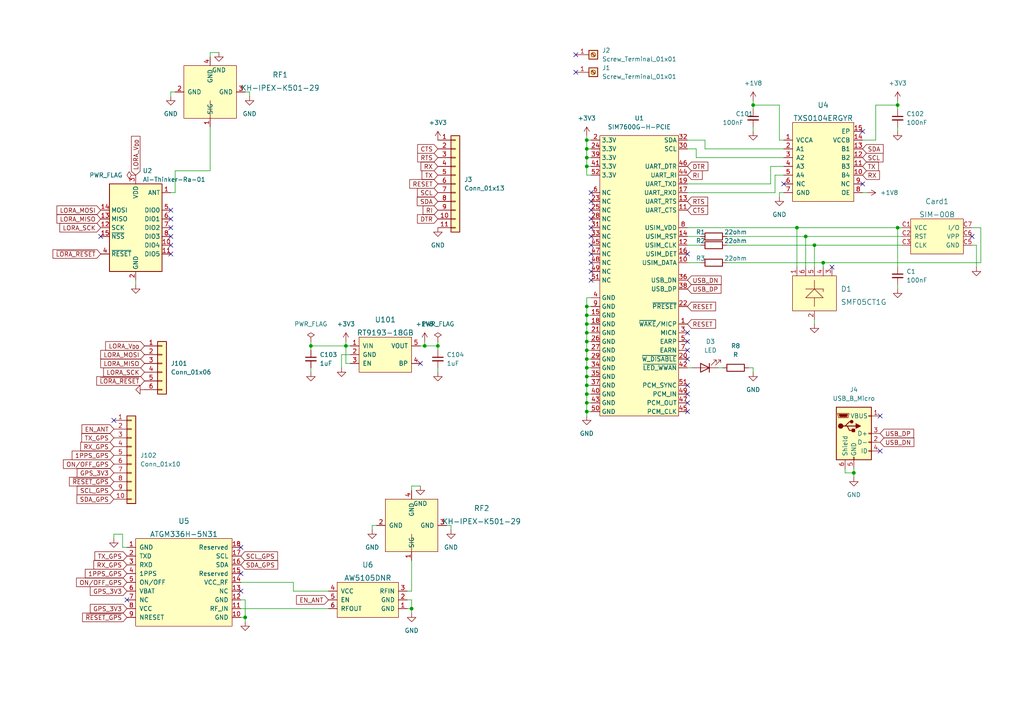
<source format=kicad_sch>
(kicad_sch (version 20211123) (generator eeschema)
  (paper "A4")
  (lib_symbols
    (symbol "Connector:Screw_Terminal_01x01" (pin_names (offset 1.016) hide)
      (property "Reference" "J" (at 0 2.54 0))
      (property "Value" "Screw_Terminal_01x01" (at 0 -2.54 0))
      (symbol "Screw_Terminal_01x01_1_1"
        (pin passive line (at -5.08 0 0) (length 3.81) (name "Pin_1") (number "1"))
      )
    )
    (symbol "Connector:USB_B_Micro" (pin_names (offset 1.016))
      (property "Reference" "J" (at -5.08 11.43 0))
      (property "Value" "USB_B_Micro" (at -5.08 8.89 0))
      (symbol "USB_B_Micro_1_1"
        (pin power_out line (at 7.62 5.08 180) (length 2.54) (name "VBUS") (number "1"))
        (pin bidirectional line (at 7.62 -2.54 180) (length 2.54) (name "D-") (number "2"))
        (pin bidirectional line (at 7.62 0 180) (length 2.54) (name "D+") (number "3"))
        (pin passive line (at 7.62 -5.08 180) (length 2.54) (name "ID") (number "4"))
        (pin power_out line (at 0 -10.16 90) (length 2.54) (name "GND") (number "5"))
        (pin passive line (at -2.54 -10.16 90) (length 2.54) (name "Shield") (number "6"))
      )
    )
    (symbol "Connector_Generic:Conn_01x06" (pin_names (offset 1.016) hide)
      (property "Reference" "J" (at 0 7.62 0))
      (property "Value" "Conn_01x06" (at 0 -10.16 0))
      (symbol "Conn_01x06_1_1"
        (pin passive line (at -5.08 5.08 0) (length 3.81) (name "Pin_1") (number "1"))
        (pin passive line (at -5.08 2.54 0) (length 3.81) (name "Pin_2") (number "2"))
        (pin passive line (at -5.08 0 0) (length 3.81) (name "Pin_3") (number "3"))
        (pin passive line (at -5.08 -2.54 0) (length 3.81) (name "Pin_4") (number "4"))
        (pin passive line (at -5.08 -5.08 0) (length 3.81) (name "Pin_5") (number "5"))
        (pin passive line (at -5.08 -7.62 0) (length 3.81) (name "Pin_6") (number "6"))
      )
    )
    (symbol "Connector_Generic:Conn_01x10" (pin_names (offset 1.016) hide)
      (property "Reference" "J" (at 0 12.7 0))
      (property "Value" "Conn_01x10" (at 0 -15.24 0))
      (symbol "Conn_01x10_1_1"
        (pin passive line (at -5.08 10.16 0) (length 3.81) (name "Pin_1") (number "1"))
        (pin passive line (at -5.08 -12.7 0) (length 3.81) (name "Pin_10") (number "10"))
        (pin passive line (at -5.08 7.62 0) (length 3.81) (name "Pin_2") (number "2"))
        (pin passive line (at -5.08 5.08 0) (length 3.81) (name "Pin_3") (number "3"))
        (pin passive line (at -5.08 2.54 0) (length 3.81) (name "Pin_4") (number "4"))
        (pin passive line (at -5.08 0 0) (length 3.81) (name "Pin_5") (number "5"))
        (pin passive line (at -5.08 -2.54 0) (length 3.81) (name "Pin_6") (number "6"))
        (pin passive line (at -5.08 -5.08 0) (length 3.81) (name "Pin_7") (number "7"))
        (pin passive line (at -5.08 -7.62 0) (length 3.81) (name "Pin_8") (number "8"))
        (pin passive line (at -5.08 -10.16 0) (length 3.81) (name "Pin_9") (number "9"))
      )
    )
    (symbol "Connector_Generic:Conn_01x11" (pin_names (offset 1.016) hide)
      (property "Reference" "J" (at 0 15.24 0))
      (property "Value" "Conn_01x11" (at 0 -15.24 0))
      (symbol "Conn_01x11_1_1"
        (pin passive line (at -5.08 12.7 0) (length 3.81) (name "Pin_1") (number "1"))
        (pin passive line (at -5.08 -10.16 0) (length 3.81) (name "Pin_10") (number "10"))
        (pin passive line (at -5.08 -12.7 0) (length 3.81) (name "Pin_11") (number "11"))
        (pin passive line (at -5.08 10.16 0) (length 3.81) (name "Pin_2") (number "2"))
        (pin passive line (at -5.08 7.62 0) (length 3.81) (name "Pin_3") (number "3"))
        (pin passive line (at -5.08 5.08 0) (length 3.81) (name "Pin_4") (number "4"))
        (pin passive line (at -5.08 2.54 0) (length 3.81) (name "Pin_5") (number "5"))
        (pin passive line (at -5.08 0 0) (length 3.81) (name "Pin_6") (number "6"))
        (pin passive line (at -5.08 -2.54 0) (length 3.81) (name "Pin_7") (number "7"))
        (pin passive line (at -5.08 -5.08 0) (length 3.81) (name "Pin_8") (number "8"))
        (pin passive line (at -5.08 -7.62 0) (length 3.81) (name "Pin_9") (number "9"))
      )
    )
    (symbol "Device:C_Small" (pin_numbers hide) (pin_names (offset 0.254) hide)
      (property "Reference" "C" (at 0.254 1.778 0))
      (property "Value" "C_Small" (at 0.254 -2.032 0))
      (symbol "C_Small_1_1"
        (pin passive line (at 0 2.54 270) (length 2.032) (name "~") (number "1"))
        (pin passive line (at 0 -2.54 90) (length 2.032) (name "~") (number "2"))
      )
    )
    (symbol "Device:LED" (pin_numbers hide) (pin_names (offset 1.016) hide)
      (property "Reference" "D" (at 0 2.54 0))
      (property "Value" "LED" (at 0 -2.54 0))
      (symbol "LED_1_1"
        (pin passive line (at -3.81 0 0) (length 2.54) (name "K") (number "1"))
        (pin passive line (at 3.81 0 180) (length 2.54) (name "A") (number "2"))
      )
    )
    (symbol "Device:R" (pin_numbers hide) (pin_names (offset 0))
      (property "Reference" "R" (at 2.032 0 90))
      (property "Value" "R" (at 0 0 90))
      (symbol "R_1_1"
        (pin passive line (at 0 3.81 270) (length 1.27) (name "~") (number "1"))
        (pin passive line (at 0 -3.81 90) (length 1.27) (name "~") (number "2"))
      )
    )
    (symbol "KH-IPEX-K501-29_1" (pin_names (offset 1.016))
      (property "Reference" "RF?" (at 0 17.78 0))
      (property "Value" "KH-IPEX-K501-29_1" (at 0 -12.7 0))
      (symbol "KH-IPEX-K501-29_1_1_1"
        (pin passive line (at 0 -7.62 90) (length 2.54) (name "SIG") (number "1"))
        (pin passive line (at -10.16 2.54 0) (length 2.54) (name "GND") (number "2"))
        (pin passive line (at 10.16 2.54 180) (length 2.54) (name "GND") (number "3"))
        (pin passive line (at 0 12.7 270) (length 2.54) (name "GND") (number "4"))
      )
    )
    (symbol "RF_Module:Ai-Thinker-Ra-01"
      (property "Reference" "U" (at 2.54 17.78 0))
      (property "Value" "Ai-Thinker-Ra-01" (at 13.97 -15.24 0))
      (symbol "Ai-Thinker-Ra-01_1_1"
        (pin passive line (at 10.16 10.16 180) (length 2.54) (name "ANT") (number "1"))
        (pin bidirectional line (at 10.16 -5.08 180) (length 2.54) (name "DIO4") (number "10"))
        (pin bidirectional line (at 10.16 -7.62 180) (length 2.54) (name "DIO5") (number "11"))
        (pin input line (at -10.16 0 0) (length 2.54) (name "SCK") (number "12"))
        (pin output line (at -10.16 2.54 0) (length 2.54) (name "MISO") (number "13"))
        (pin input line (at -10.16 5.08 0) (length 2.54) (name "MOSI") (number "14"))
        (pin input line (at -10.16 -2.54 0) (length 2.54) (name "~{NSS}") (number "15"))
        (pin passive line (at 0 -15.24 90) (length 2.54) hide (name "GND") (number "16"))
        (pin power_in line (at 0 -15.24 90) (length 2.54) (name "GND") (number "2"))
        (pin power_in line (at 0 15.24 270) (length 2.54) (name "VDD") (number "3"))
        (pin input line (at -10.16 -7.62 0) (length 2.54) (name "~{RESET}") (number "4"))
        (pin bidirectional line (at 10.16 5.08 180) (length 2.54) (name "DIO0") (number "5"))
        (pin bidirectional line (at 10.16 2.54 180) (length 2.54) (name "DIO1") (number "6"))
        (pin bidirectional line (at 10.16 0 180) (length 2.54) (name "DIO2") (number "7"))
        (pin bidirectional line (at 10.16 -2.54 180) (length 2.54) (name "DIO3") (number "8"))
        (pin passive line (at 0 -15.24 90) (length 2.54) hide (name "GND") (number "9"))
      )
    )
    (symbol "cacophony-symbols:ATGM336H-5N31" (pin_names (offset 1.016))
      (property "Reference" "U?" (at 0 15.24 0))
      (property "Value" "ATGM336H-5N31" (at 0 -15.24 0))
      (symbol "ATGM336H-5N31_1_1"
        (pin unspecified line (at -16.51 10.16 0) (length 2.54) (name "GND") (number "1"))
        (pin unspecified line (at 16.51 -10.16 180) (length 2.54) (name "GND") (number "10"))
        (pin unspecified line (at 16.51 -7.62 180) (length 2.54) (name "RF_IN") (number "11"))
        (pin unspecified line (at 16.51 -5.08 180) (length 2.54) (name "GND") (number "12"))
        (pin unspecified line (at 16.51 -2.54 180) (length 2.54) (name "NC") (number "13"))
        (pin unspecified line (at 16.51 0 180) (length 2.54) (name "VCC_RF") (number "14"))
        (pin unspecified line (at 16.51 2.54 180) (length 2.54) (name "Reserved") (number "15"))
        (pin unspecified line (at 16.51 5.08 180) (length 2.54) (name "SDA") (number "16"))
        (pin unspecified line (at 16.51 7.62 180) (length 2.54) (name "SCL") (number "17"))
        (pin unspecified line (at 16.51 10.16 180) (length 2.54) (name "Reserved") (number "18"))
        (pin unspecified line (at -16.51 7.62 0) (length 2.54) (name "TXD") (number "2"))
        (pin unspecified line (at -16.51 5.08 0) (length 2.54) (name "RXD") (number "3"))
        (pin unspecified line (at -16.51 2.54 0) (length 2.54) (name "1PPS") (number "4"))
        (pin unspecified line (at -16.51 0 0) (length 2.54) (name "ON/OFF") (number "5"))
        (pin unspecified line (at -16.51 -2.54 0) (length 2.54) (name "VBAT") (number "6"))
        (pin unspecified line (at -16.51 -5.08 0) (length 2.54) (name "NC") (number "7"))
        (pin unspecified line (at -16.51 -7.62 0) (length 2.54) (name "VCC") (number "8"))
        (pin unspecified line (at -16.51 -10.16 0) (length 2.54) (name "NRESET") (number "9"))
      )
    )
    (symbol "cacophony-symbols:AW5105DNR" (pin_names (offset 1.016))
      (property "Reference" "U?" (at 0 7.62 0))
      (property "Value" "AW5105DNR" (at 0 -7.62 0))
      (symbol "AW5105DNR_1_1"
        (pin unspecified line (at -11.43 2.54 0) (length 2.54) (name "GND") (number "1"))
        (pin unspecified line (at -11.43 0 0) (length 2.54) (name "GND") (number "2"))
        (pin unspecified line (at -11.43 -2.54 0) (length 2.54) (name "RFIN") (number "3"))
        (pin unspecified line (at 11.43 -2.54 180) (length 2.54) (name "VCC") (number "4"))
        (pin unspecified line (at 11.43 0 180) (length 2.54) (name "EN") (number "5"))
        (pin unspecified line (at 11.43 2.54 180) (length 2.54) (name "RFOUT") (number "6"))
      )
    )
    (symbol "cacophony-symbols:KH-IPEX-K501-29" (pin_names (offset 1.016))
      (property "Reference" "RF?" (at 0 17.78 0))
      (property "Value" "KH-IPEX-K501-29" (at 0 -12.7 0))
      (symbol "KH-IPEX-K501-29_1_1"
        (pin passive line (at 0 -7.62 90) (length 2.54) (name "SIG") (number "1"))
        (pin passive line (at -10.16 2.54 0) (length 2.54) (name "GND") (number "2"))
        (pin passive line (at 10.16 2.54 180) (length 2.54) (name "GND") (number "3"))
        (pin passive line (at 0 12.7 270) (length 2.54) (name "GND") (number "4"))
      )
    )
    (symbol "cacophony-symbols:RT9193-18GB" (pin_names (offset 1.016))
      (property "Reference" "U?" (at 0 7.62 0))
      (property "Value" "RT9193-18GB" (at 0 -7.62 0))
      (symbol "RT9193-18GB_1_1"
        (pin passive line (at -10.16 2.54 0) (length 2.54) (name "VIN") (number "1"))
        (pin passive line (at -10.16 0 0) (length 2.54) (name "GND") (number "2"))
        (pin passive line (at -10.16 -2.54 0) (length 2.54) (name "EN") (number "3"))
        (pin passive line (at 10.16 -2.54 180) (length 2.54) (name "BP") (number "4"))
        (pin passive line (at 10.16 2.54 180) (length 2.54) (name "VOUT") (number "5"))
      )
    )
    (symbol "cacophony-symbols:SIM-008" (pin_names (offset 1.016))
      (property "Reference" "Card?" (at 0 7.62 0))
      (property "Value" "SIM-008" (at 0 -7.62 0))
      (symbol "SIM-008_1_1"
        (pin unspecified line (at -10.16 2.54 0) (length 2.54) (name "VCC") (number "C1"))
        (pin unspecified line (at -10.16 0 0) (length 2.54) (name "RST") (number "C2"))
        (pin unspecified line (at -10.16 -2.54 0) (length 2.54) (name "CLK") (number "C3"))
        (pin unspecified line (at 10.16 -2.54 180) (length 2.54) (name "GND") (number "C5"))
        (pin unspecified line (at 10.16 0 180) (length 2.54) (name "VPP") (number "C6"))
        (pin unspecified line (at 10.16 2.54 180) (length 2.54) (name "I/O") (number "C7"))
      )
    )
    (symbol "cacophony-symbols:SIM7600G-H-PCIE"
      (property "Reference" "U" (at 0 0 0))
      (property "Value" "SIM7600G-H-PCIE" (at 0 0 0))
      (symbol "SIM7600G-H-PCIE_1_1"
        (pin passive line (at 13.97 -57.15 180) (length 2.54) (name "~{WAKE}/MICP") (number "1"))
        (pin passive line (at 13.97 -39.37 180) (length 2.54) (name "USIM_DATA") (number "10"))
        (pin passive line (at 13.97 -24.13 180) (length 2.54) (name "UART_CTS") (number "11"))
        (pin passive line (at 13.97 -34.29 180) (length 2.54) (name "USIM_CLK") (number "12"))
        (pin passive line (at 13.97 -21.59 180) (length 2.54) (name "UART_RTS") (number "13"))
        (pin passive line (at 13.97 -31.75 180) (length 2.54) (name "USIM_RST") (number "14"))
        (pin passive line (at -13.97 -54.61 0) (length 2.54) (name "GND") (number "15"))
        (pin passive line (at 13.97 -36.83 180) (length 2.54) (name "USIM_DET") (number "16"))
        (pin passive line (at 13.97 -19.05 180) (length 2.54) (name "UART_RXD") (number "17"))
        (pin passive line (at -13.97 -57.15 0) (length 2.54) (name "GND") (number "18"))
        (pin passive line (at 13.97 -16.51 180) (length 2.54) (name "UART_TXD") (number "19"))
        (pin passive line (at -13.97 -3.81 0) (length 2.54) (name "3.3V") (number "2"))
        (pin passive line (at 13.97 -67.31 180) (length 2.54) (name "~{W_DISABLE}") (number "20"))
        (pin passive line (at -13.97 -59.69 0) (length 2.54) (name "GND") (number "21"))
        (pin passive line (at 13.97 -52.07 180) (length 2.54) (name "~{PRESET}") (number "22"))
        (pin passive line (at -13.97 -21.59 0) (length 2.54) (name "NC") (number "23"))
        (pin passive line (at -13.97 -6.35 0) (length 2.54) (name "3.3V") (number "24"))
        (pin passive line (at -13.97 -24.13 0) (length 2.54) (name "NC") (number "25"))
        (pin passive line (at -13.97 -62.23 0) (length 2.54) (name "GND") (number "26"))
        (pin passive line (at -13.97 -64.77 0) (length 2.54) (name "GND") (number "27"))
        (pin passive line (at -13.97 -26.67 0) (length 2.54) (name "NC") (number "28"))
        (pin passive line (at -13.97 -67.31 0) (length 2.54) (name "GND") (number "29"))
        (pin passive line (at 13.97 -59.69 180) (length 2.54) (name "MICN") (number "3"))
        (pin passive line (at 13.97 -6.35 180) (length 2.54) (name "SCL") (number "30"))
        (pin passive line (at -13.97 -29.21 0) (length 2.54) (name "NC") (number "31"))
        (pin passive line (at 13.97 -3.81 180) (length 2.54) (name "SDA") (number "32"))
        (pin passive line (at -13.97 -31.75 0) (length 2.54) (name "NC") (number "33"))
        (pin passive line (at -13.97 -69.85 0) (length 2.54) (name "GND") (number "34"))
        (pin passive line (at -13.97 -72.39 0) (length 2.54) (name "GND") (number "35"))
        (pin passive line (at 13.97 -44.45 180) (length 2.54) (name "USB_DN") (number "36"))
        (pin passive line (at -13.97 -74.93 0) (length 2.54) (name "GND") (number "37"))
        (pin passive line (at 13.97 -46.99 180) (length 2.54) (name "USB_DP") (number "38"))
        (pin passive line (at -13.97 -8.89 0) (length 2.54) (name "3.3V") (number "39"))
        (pin passive line (at -13.97 -49.53 0) (length 2.54) (name "GND") (number "4"))
        (pin passive line (at -13.97 -77.47 0) (length 2.54) (name "GND") (number "40"))
        (pin passive line (at -13.97 -11.43 0) (length 2.54) (name "3.3V") (number "41"))
        (pin passive line (at 13.97 -69.85 180) (length 2.54) (name "~{LED_WWAN}") (number "42"))
        (pin passive line (at -13.97 -80.01 0) (length 2.54) (name "GND") (number "43"))
        (pin passive line (at 13.97 -13.97 180) (length 2.54) (name "UART_RI") (number "44"))
        (pin passive line (at -13.97 -34.29 0) (length 2.54) (name "NC") (number "45"))
        (pin passive line (at 13.97 -82.55 180) (length 2.54) (name "PCM_CLK") (number "45"))
        (pin passive line (at 13.97 -11.43 180) (length 2.54) (name "UART_DTR") (number "46"))
        (pin passive line (at -13.97 -36.83 0) (length 2.54) (name "NC") (number "47"))
        (pin passive line (at 13.97 -80.01 180) (length 2.54) (name "PCM_OUT") (number "47"))
        (pin passive line (at -13.97 -39.37 0) (length 2.54) (name "NC") (number "48"))
        (pin passive line (at -13.97 -41.91 0) (length 2.54) (name "NC") (number "49"))
        (pin passive line (at 13.97 -77.47 180) (length 2.54) (name "PCM_IN") (number "49"))
        (pin passive line (at 13.97 -62.23 180) (length 2.54) (name "EARP") (number "5"))
        (pin passive line (at -13.97 -82.55 0) (length 2.54) (name "GND") (number "50"))
        (pin passive line (at -13.97 -44.45 0) (length 2.54) (name "NC") (number "51"))
        (pin passive line (at 13.97 -74.93 180) (length 2.54) (name "PCM_SYNC") (number "51"))
        (pin passive line (at -13.97 -13.97 0) (length 2.54) (name "3.3V") (number "52"))
        (pin passive line (at -13.97 -19.05 0) (length 2.54) (name "NC") (number "6"))
        (pin passive line (at 13.97 -64.77 180) (length 2.54) (name "EARN") (number "7"))
        (pin passive line (at 13.97 -29.21 180) (length 2.54) (name "USIM_VDD") (number "8"))
        (pin passive line (at -13.97 -52.07 0) (length 2.54) (name "GND") (number "9"))
      )
    )
    (symbol "cacophony-symbols:SMF05CT1G" (pin_names (offset 1.016))
      (property "Reference" "D?" (at 0 12.7 0))
      (property "Value" "SMF05CT1G" (at 0 -12.7 0))
      (symbol "SMF05CT1G_1_1"
        (pin input line (at -5.08 6.35 270) (length 2.54) (name "") (number "1"))
        (pin input line (at 0 -8.89 90) (length 2.54) (name "") (number "2"))
        (pin input line (at 5.08 6.35 270) (length 2.54) (name "") (number "3"))
        (pin input line (at 2.54 6.35 270) (length 2.54) (name "") (number "4"))
        (pin input line (at 0 6.35 270) (length 2.54) (name "") (number "5"))
        (pin input line (at -2.54 6.35 270) (length 2.54) (name "") (number "6"))
      )
    )
    (symbol "cacophony-symbols:TXS0104ERGYR" (pin_names (offset 1.016))
      (property "Reference" "U?" (at 0 13.97 0))
      (property "Value" "TXS0104ERGYR" (at 0 -13.97 0))
      (symbol "TXS0104ERGYR_1_1"
        (pin unspecified line (at -11.43 6.35 0) (length 2.54) (name "VCCA") (number "1"))
        (pin unspecified line (at 11.43 -3.81 180) (length 2.54) (name "B4") (number "10"))
        (pin unspecified line (at 11.43 -1.27 180) (length 2.54) (name "B3") (number "11"))
        (pin unspecified line (at 11.43 1.27 180) (length 2.54) (name "B2") (number "12"))
        (pin unspecified line (at 11.43 3.81 180) (length 2.54) (name "B1") (number "13"))
        (pin unspecified line (at 11.43 6.35 180) (length 2.54) (name "VCCB") (number "14"))
        (pin unspecified line (at 11.43 8.89 180) (length 2.54) (name "EP") (number "15"))
        (pin unspecified line (at -11.43 3.81 0) (length 2.54) (name "A1") (number "2"))
        (pin unspecified line (at -11.43 1.27 0) (length 2.54) (name "A2") (number "3"))
        (pin unspecified line (at -11.43 -1.27 0) (length 2.54) (name "A3") (number "4"))
        (pin unspecified line (at -11.43 -3.81 0) (length 2.54) (name "A4") (number "5"))
        (pin unspecified line (at -11.43 -6.35 0) (length 2.54) (name "NC") (number "6"))
        (pin unspecified line (at -11.43 -8.89 0) (length 2.54) (name "GND") (number "7"))
        (pin unspecified line (at 11.43 -8.89 180) (length 2.54) (name "OE") (number "8"))
        (pin unspecified line (at 11.43 -6.35 180) (length 2.54) (name "NC") (number "9"))
      )
    )
    (symbol "power:+1V8" (power) (pin_names (offset 0))
      (property "Value" "+1V8" (at 0 3.556 0))
      (symbol "+1V8_1_1"
        (pin power_in line (at 0 0 90) (length 0) hide (name "+1V8") (number "1"))
      )
    )
    (symbol "power:+3.3V" (power) (pin_names (offset 0))
      (property "Value" "+3.3V" (at 0 3.556 0))
      (symbol "+3.3V_1_1"
        (pin power_in line (at 0 0 90) (length 0) hide (name "+3V3") (number "1"))
      )
    )
    (symbol "power:+3V3" (power) (pin_names (offset 0))
      (property "Value" "+3V3" (at 0 3.556 0))
      (symbol "+3V3_1_1"
        (pin power_in line (at 0 0 90) (length 0) hide (name "+3V3") (number "1"))
      )
    )
    (symbol "power:GND" (power) (pin_names (offset 0))
      (property "Value" "GND" (at 0 -3.81 0))
      (symbol "GND_1_1"
        (pin power_in line (at 0 0 270) (length 0) hide (name "GND") (number "1"))
      )
    )
    (symbol "power:PWR_FLAG" (power) (pin_numbers hide) (pin_names (offset 0) hide)
      (property "Value" "PWR_FLAG" (at 0 3.81 0))
      (symbol "PWR_FLAG_0_0"
        (pin power_out line (at 0 0 90) (length 0) (name "pwr") (number "1"))
      )
    )
  )
  (junction (at 170.18 104.14))
  (junction (at 90.17 100.33))
  (junction (at 100.33 100.33))
  (junction (at 170.18 111.76))
  (junction (at 170.18 114.3))
  (junction (at 170.18 101.6))
  (junction (at 238.76 76.2))
  (junction (at 218.44 30.48))
  (junction (at 170.18 43.18))
  (junction (at 260.35 66.04))
  (junction (at 231.14 66.04))
  (junction (at 170.18 93.98))
  (junction (at 236.22 71.12))
  (junction (at 170.18 96.52))
  (junction (at 71.12 179.07))
  (junction (at 170.18 45.72))
  (junction (at 170.18 40.64))
  (junction (at 119.38 176.53))
  (junction (at 127 100.33))
  (junction (at 170.18 116.84))
  (junction (at 123.19 100.33))
  (junction (at 170.18 106.68))
  (junction (at 233.68 68.58))
  (junction (at 247.65 137.16))
  (junction (at 260.35 30.48))
  (junction (at 170.18 48.26))
  (junction (at 170.18 91.44))
  (junction (at 170.18 109.22))
  (junction (at 170.18 119.38))
  (junction (at 170.18 88.9))
  (junction (at 170.18 99.06))
  (no_connect (at 171.45 68.58))
  (no_connect (at 199.39 111.76))
  (no_connect (at 250.19 38.1))
  (no_connect (at 171.45 73.66))
  (no_connect (at 49.53 71.12))
  (no_connect (at 171.45 76.2))
  (no_connect (at 255.27 130.81))
  (no_connect (at 199.39 96.52))
  (no_connect (at 199.39 101.6))
  (no_connect (at 171.45 66.04))
  (no_connect (at 199.39 119.38))
  (no_connect (at 241.3 77.47))
  (no_connect (at 171.45 60.96))
  (no_connect (at 49.53 73.66))
  (no_connect (at 199.39 99.06))
  (no_connect (at 199.39 114.3))
  (no_connect (at 49.53 60.96))
  (no_connect (at 49.53 63.5))
  (no_connect (at 171.45 71.12))
  (no_connect (at 49.53 68.58))
  (no_connect (at 49.53 66.04))
  (no_connect (at 255.27 120.65))
  (no_connect (at 171.45 55.88))
  (no_connect (at 250.19 53.34))
  (no_connect (at 167.005 20.955))
  (no_connect (at 167.005 15.875))
  (no_connect (at 121.92 105.41))
  (no_connect (at 199.39 73.66))
  (no_connect (at 281.94 68.58))
  (no_connect (at 171.45 58.42))
  (no_connect (at 69.85 166.37))
  (no_connect (at 199.39 116.84))
  (no_connect (at 69.85 171.45))
  (no_connect (at 227.33 53.34))
  (no_connect (at 171.45 81.28))
  (no_connect (at 171.45 63.5))
  (no_connect (at 36.83 173.99))
  (no_connect (at 69.85 158.75))
  (no_connect (at 29.21 68.58))
  (no_connect (at 199.39 104.14))
  (no_connect (at 171.45 78.74))
  (no_connect (at 33.02 121.92))
  (wire (pts (xy 90.17 101.6) (xy 90.17 100.33)))
  (wire (pts (xy 69.85 176.53) (xy 95.25 176.53)))
  (wire (pts (xy 170.18 111.76) (xy 171.45 111.76)))
  (wire (pts (xy 208.28 106.68) (xy 209.55 106.68)))
  (wire (pts (xy 281.94 71.12) (xy 283.21 71.12)))
  (wire (pts (xy 35.56 158.75) (xy 35.56 154.94)))
  (wire (pts (xy 170.18 116.84) (xy 170.18 114.3)))
  (wire (pts (xy 119.38 140.97) (xy 121.92 140.97)))
  (wire (pts (xy 49.53 55.88) (xy 50.8 55.88)))
  (wire (pts (xy 170.18 99.06) (xy 171.45 99.06)))
  (wire (pts (xy 170.18 106.68) (xy 171.45 106.68)))
  (wire (pts (xy 260.35 66.04) (xy 261.62 66.04)))
  (wire (pts (xy 218.44 30.48) (xy 218.44 31.75)))
  (wire (pts (xy 127 101.6) (xy 127 100.33)))
  (wire (pts (xy 247.65 137.16) (xy 247.65 138.43)))
  (wire (pts (xy 170.18 101.6) (xy 171.45 101.6)))
  (wire (pts (xy 260.35 29.21) (xy 260.35 30.48)))
  (wire (pts (xy 226.06 57.15) (xy 226.06 55.88)))
  (wire (pts (xy 284.48 76.2) (xy 284.48 66.04)))
  (wire (pts (xy 170.18 114.3) (xy 171.45 114.3)))
  (wire (pts (xy 99.06 106.68) (xy 99.06 102.87)))
  (wire (pts (xy 238.76 76.2) (xy 238.76 77.47)))
  (wire (pts (xy 231.14 66.04) (xy 260.35 66.04)))
  (wire (pts (xy 210.82 76.2) (xy 238.76 76.2)))
  (wire (pts (xy 227.33 45.72) (xy 201.93 45.72)))
  (wire (pts (xy 170.18 40.64) (xy 170.18 43.18)))
  (wire (pts (xy 218.44 107.95) (xy 218.44 106.68)))
  (wire (pts (xy 130.81 152.4) (xy 129.54 152.4)))
  (wire (pts (xy 204.47 43.18) (xy 227.33 43.18)))
  (wire (pts (xy 170.18 45.72) (xy 170.18 48.26)))
  (wire (pts (xy 238.76 76.2) (xy 284.48 76.2)))
  (wire (pts (xy 210.82 71.12) (xy 236.22 71.12)))
  (wire (pts (xy 60.96 15.24) (xy 63.5 15.24)))
  (wire (pts (xy 170.18 43.18) (xy 171.45 43.18)))
  (wire (pts (xy 201.93 45.72) (xy 201.93 43.18)))
  (wire (pts (xy 236.22 71.12) (xy 236.22 77.47)))
  (wire (pts (xy 121.92 100.33) (xy 123.19 100.33)))
  (wire (pts (xy 60.96 16.51) (xy 60.96 15.24)))
  (wire (pts (xy 49.53 26.67) (xy 50.8 26.67)))
  (wire (pts (xy 254 40.64) (xy 254 30.48)))
  (wire (pts (xy 170.18 101.6) (xy 170.18 99.06)))
  (wire (pts (xy 170.18 48.26) (xy 170.18 50.8)))
  (wire (pts (xy 260.35 66.04) (xy 260.35 77.47)))
  (wire (pts (xy 170.18 114.3) (xy 170.18 111.76)))
  (wire (pts (xy 199.39 66.04) (xy 231.14 66.04)))
  (wire (pts (xy 170.18 119.38) (xy 170.18 116.84)))
  (wire (pts (xy 170.18 96.52) (xy 171.45 96.52)))
  (wire (pts (xy 170.18 43.18) (xy 170.18 45.72)))
  (wire (pts (xy 236.22 92.71) (xy 236.22 93.98)))
  (wire (pts (xy 90.17 106.68) (xy 90.17 107.95)))
  (wire (pts (xy 227.33 40.64) (xy 226.06 40.64)))
  (wire (pts (xy 226.06 55.88) (xy 227.33 55.88)))
  (wire (pts (xy 236.22 71.12) (xy 261.62 71.12)))
  (wire (pts (xy 227.33 48.26) (xy 223.52 48.26)))
  (wire (pts (xy 49.53 27.94) (xy 49.53 26.67)))
  (wire (pts (xy 119.38 173.99) (xy 118.11 173.99)))
  (wire (pts (xy 119.38 176.53) (xy 118.11 176.53)))
  (wire (pts (xy 170.18 91.44) (xy 170.18 88.9)))
  (wire (pts (xy 250.19 40.64) (xy 254 40.64)))
  (wire (pts (xy 170.18 88.9) (xy 171.45 88.9)))
  (wire (pts (xy 127 100.33) (xy 123.19 100.33)))
  (wire (pts (xy 71.12 179.07) (xy 71.12 173.99)))
  (wire (pts (xy 170.18 106.68) (xy 170.18 104.14)))
  (wire (pts (xy 69.85 168.91) (xy 85.09 168.91)))
  (wire (pts (xy 224.79 50.8) (xy 227.33 50.8)))
  (wire (pts (xy 99.06 102.87) (xy 101.6 102.87)))
  (wire (pts (xy 170.18 104.14) (xy 171.45 104.14)))
  (wire (pts (xy 170.18 50.8) (xy 171.45 50.8)))
  (wire (pts (xy 284.48 66.04) (xy 281.94 66.04)))
  (wire (pts (xy 127 99.06) (xy 127 100.33)))
  (wire (pts (xy 170.18 111.76) (xy 170.18 109.22)))
  (wire (pts (xy 170.18 96.52) (xy 170.18 93.98)))
  (wire (pts (xy 170.18 45.72) (xy 171.45 45.72)))
  (wire (pts (xy 119.38 142.24) (xy 119.38 140.97)))
  (wire (pts (xy 33.02 154.94) (xy 33.02 156.21)))
  (wire (pts (xy 170.18 91.44) (xy 171.45 91.44)))
  (wire (pts (xy 199.39 71.12) (xy 203.2 71.12)))
  (wire (pts (xy 50.8 49.53) (xy 50.8 55.88)))
  (wire (pts (xy 36.83 158.75) (xy 35.56 158.75)))
  (wire (pts (xy 233.68 68.58) (xy 233.68 77.47)))
  (wire (pts (xy 39.37 81.28) (xy 39.37 82.55)))
  (wire (pts (xy 233.68 68.58) (xy 261.62 68.58)))
  (wire (pts (xy 218.44 29.21) (xy 218.44 30.48)))
  (wire (pts (xy 60.96 49.53) (xy 60.96 36.83)))
  (wire (pts (xy 71.12 179.07) (xy 69.85 179.07)))
  (wire (pts (xy 101.6 105.41) (xy 100.33 105.41)))
  (wire (pts (xy 199.39 55.88) (xy 224.79 55.88)))
  (wire (pts (xy 224.79 55.88) (xy 224.79 50.8)))
  (wire (pts (xy 170.18 120.65) (xy 170.18 119.38)))
  (wire (pts (xy 123.19 100.33) (xy 123.19 99.06)))
  (wire (pts (xy 223.52 53.34) (xy 199.39 53.34)))
  (wire (pts (xy 247.65 135.89) (xy 247.65 137.16)))
  (wire (pts (xy 231.14 66.04) (xy 231.14 77.47)))
  (wire (pts (xy 85.09 171.45) (xy 95.25 171.45)))
  (wire (pts (xy 226.06 30.48) (xy 218.44 30.48)))
  (wire (pts (xy 254 30.48) (xy 260.35 30.48)))
  (wire (pts (xy 100.33 100.33) (xy 101.6 100.33)))
  (wire (pts (xy 119.38 162.56) (xy 119.38 171.45)))
  (wire (pts (xy 245.11 137.16) (xy 245.11 135.89)))
  (wire (pts (xy 283.21 77.47) (xy 283.21 71.12)))
  (wire (pts (xy 170.18 39.37) (xy 170.18 40.64)))
  (wire (pts (xy 119.38 176.53) (xy 119.38 173.99)))
  (wire (pts (xy 72.39 26.67) (xy 71.12 26.67)))
  (wire (pts (xy 260.35 36.83) (xy 260.35 38.1)))
  (wire (pts (xy 170.18 40.64) (xy 171.45 40.64)))
  (wire (pts (xy 199.39 68.58) (xy 203.2 68.58)))
  (wire (pts (xy 71.12 180.34) (xy 71.12 179.07)))
  (wire (pts (xy 50.8 49.53) (xy 60.96 49.53)))
  (wire (pts (xy 170.18 93.98) (xy 170.18 91.44)))
  (wire (pts (xy 100.33 100.33) (xy 100.33 99.06)))
  (wire (pts (xy 170.18 88.9) (xy 170.18 86.36)))
  (wire (pts (xy 217.17 106.68) (xy 218.44 106.68)))
  (wire (pts (xy 90.17 100.33) (xy 100.33 100.33)))
  (wire (pts (xy 250.19 55.88) (xy 251.46 55.88)))
  (wire (pts (xy 223.52 48.26) (xy 223.52 53.34)))
  (wire (pts (xy 170.18 104.14) (xy 170.18 101.6)))
  (wire (pts (xy 85.09 168.91) (xy 85.09 171.45)))
  (wire (pts (xy 170.18 93.98) (xy 171.45 93.98)))
  (wire (pts (xy 170.18 109.22) (xy 170.18 106.68)))
  (wire (pts (xy 199.39 106.68) (xy 200.66 106.68)))
  (wire (pts (xy 170.18 119.38) (xy 171.45 119.38)))
  (wire (pts (xy 199.39 76.2) (xy 203.2 76.2)))
  (wire (pts (xy 127 106.68) (xy 127 107.95)))
  (wire (pts (xy 260.35 82.55) (xy 260.35 83.82)))
  (wire (pts (xy 170.18 99.06) (xy 170.18 96.52)))
  (wire (pts (xy 247.65 137.16) (xy 245.11 137.16)))
  (wire (pts (xy 130.81 153.67) (xy 130.81 152.4)))
  (wire (pts (xy 204.47 40.64) (xy 204.47 43.18)))
  (wire (pts (xy 90.17 99.06) (xy 90.17 100.33)))
  (wire (pts (xy 100.33 105.41) (xy 100.33 100.33)))
  (wire (pts (xy 199.39 40.64) (xy 204.47 40.64)))
  (wire (pts (xy 107.95 153.67) (xy 107.95 152.4)))
  (wire (pts (xy 119.38 177.8) (xy 119.38 176.53)))
  (wire (pts (xy 226.06 40.64) (xy 226.06 30.48)))
  (wire (pts (xy 170.18 116.84) (xy 171.45 116.84)))
  (wire (pts (xy 260.35 30.48) (xy 260.35 31.75)))
  (wire (pts (xy 170.18 109.22) (xy 171.45 109.22)))
  (wire (pts (xy 170.18 48.26) (xy 171.45 48.26)))
  (wire (pts (xy 35.56 154.94) (xy 33.02 154.94)))
  (wire (pts (xy 201.93 43.18) (xy 199.39 43.18)))
  (wire (pts (xy 218.44 36.83) (xy 218.44 38.1)))
  (wire (pts (xy 72.39 27.94) (xy 72.39 26.67)))
  (wire (pts (xy 71.12 173.99) (xy 69.85 173.99)))
  (wire (pts (xy 107.95 152.4) (xy 109.22 152.4)))
  (wire (pts (xy 210.82 68.58) (xy 233.68 68.58)))
  (wire (pts (xy 118.11 171.45) (xy 119.38 171.45)))
  (wire (pts (xy 170.18 86.36) (xy 171.45 86.36)))
  (global_label "GPS_3V3" (shape input) (at 36.83 171.45 180) (property "Intersheet References" "${INTERSHEET_REFS}" (effects hide)))
  (global_label "TX" (shape input) (at 127 50.8 180) (property "Intersheet References" "${INTERSHEET_REFS}" (effects hide)))
  (global_label "RX" (shape input) (at 250.19 50.8 0) (property "Intersheet References" "${INTERSHEET_REFS}" (effects hide)))
  (global_label "USB_DP" (shape input) (at 255.27 125.73 0) (property "Intersheet References" "${INTERSHEET_REFS}" (effects hide)))
  (global_label "1PPS_GPS" (shape input) (at 36.83 166.37 180) (property "Intersheet References" "${INTERSHEET_REFS}" (effects hide)))
  (global_label "SCL_GPS" (shape input) (at 33.02 142.24 180) (property "Intersheet References" "${INTERSHEET_REFS}" (effects hide)))
  (global_label "~{RESET_GPS}" (shape input) (at 36.83 179.07 180) (property "Intersheet References" "${INTERSHEET_REFS}" (effects hide)))
  (global_label "USB_DN" (shape input) (at 255.27 128.27 0) (property "Intersheet References" "${INTERSHEET_REFS}" (effects hide)))
  (global_label "USB_DP" (shape input) (at 199.39 83.82 0) (property "Intersheet References" "${INTERSHEET_REFS}" (effects hide)))
  (global_label "DTR" (shape input) (at 127 63.5 180) (property "Intersheet References" "${INTERSHEET_REFS}" (effects hide)))
  (global_label "SCL" (shape input) (at 127 55.88 180) (property "Intersheet References" "${INTERSHEET_REFS}" (effects hide)))
  (global_label "~{RESET_GPS}" (shape input) (at 33.02 139.7 180) (property "Intersheet References" "${INTERSHEET_REFS}" (effects hide)))
  (global_label "LORA_SCK" (shape input) (at 41.91 107.95 180) (property "Intersheet References" "${INTERSHEET_REFS}" (effects hide)))
  (global_label "SCL" (shape input) (at 250.19 45.72 0) (property "Intersheet References" "${INTERSHEET_REFS}" (effects hide)))
  (global_label "LORA_MOSI" (shape input) (at 41.91 102.87 180) (property "Intersheet References" "${INTERSHEET_REFS}" (effects hide)))
  (global_label "SDA_GPS" (shape input) (at 69.85 163.83 0) (property "Intersheet References" "${INTERSHEET_REFS}" (effects hide)))
  (global_label "RTS" (shape input) (at 127 45.72 180) (property "Intersheet References" "${INTERSHEET_REFS}" (effects hide)))
  (global_label "GPS_3V3" (shape input) (at 33.02 137.16 180) (property "Intersheet References" "${INTERSHEET_REFS}" (effects hide)))
  (global_label "SDA" (shape input) (at 127 58.42 180) (property "Intersheet References" "${INTERSHEET_REFS}" (effects hide)))
  (global_label "CTS" (shape input) (at 199.39 60.96 0) (property "Intersheet References" "${INTERSHEET_REFS}" (effects hide)))
  (global_label "SDA" (shape input) (at 250.19 43.18 0) (property "Intersheet References" "${INTERSHEET_REFS}" (effects hide)))
  (global_label "RI" (shape input) (at 199.39 50.8 0) (property "Intersheet References" "${INTERSHEET_REFS}" (effects hide)))
  (global_label "TX_GPS" (shape input) (at 33.02 127 180) (property "Intersheet References" "${INTERSHEET_REFS}" (effects hide)))
  (global_label "CTS" (shape input) (at 127 43.18 180) (property "Intersheet References" "${INTERSHEET_REFS}" (effects hide)))
  (global_label "SDA_GPS" (shape input) (at 33.02 144.78 180) (property "Intersheet References" "${INTERSHEET_REFS}" (effects hide)))
  (global_label "LORA_V_{DD}" (shape input) (at 41.91 100.33 180) (property "Intersheet References" "${INTERSHEET_REFS}" (effects hide)))
  (global_label "TX_GPS" (shape input) (at 36.83 161.29 180) (property "Intersheet References" "${INTERSHEET_REFS}" (effects hide)))
  (global_label "RI" (shape input) (at 127 60.96 180) (property "Intersheet References" "${INTERSHEET_REFS}" (effects hide)))
  (global_label "LORA_MOSI" (shape input) (at 29.21 60.96 180) (property "Intersheet References" "${INTERSHEET_REFS}" (effects hide)))
  (global_label "~{LORA_RESET}" (shape input) (at 41.91 110.49 180) (property "Intersheet References" "${INTERSHEET_REFS}" (effects hide)))
  (global_label "ON{slash}OFF_GPS" (shape input) (at 36.83 168.91 180) (property "Intersheet References" "${INTERSHEET_REFS}" (effects hide)))
  (global_label "LORA_MISO" (shape input) (at 41.91 105.41 180) (property "Intersheet References" "${INTERSHEET_REFS}" (effects hide)))
  (global_label "GPS_3V3" (shape input) (at 36.83 176.53 180) (property "Intersheet References" "${INTERSHEET_REFS}" (effects hide)))
  (global_label "LORA_V_{DD}" (shape input) (at 39.37 50.8 90) (property "Intersheet References" "${INTERSHEET_REFS}" (effects hide)))
  (global_label "LORA_MISO" (shape input) (at 29.21 63.5 180) (property "Intersheet References" "${INTERSHEET_REFS}" (effects hide)))
  (global_label "~{LORA_RESET}" (shape input) (at 29.21 73.66 180) (property "Intersheet References" "${INTERSHEET_REFS}" (effects hide)))
  (global_label "RESET" (shape input) (at 199.39 88.9 0) (property "Intersheet References" "${INTERSHEET_REFS}" (effects hide)))
  (global_label "ON{slash}OFF_GPS" (shape input) (at 33.02 134.62 180) (property "Intersheet References" "${INTERSHEET_REFS}" (effects hide)))
  (global_label "DTR" (shape input) (at 199.39 48.26 0) (property "Intersheet References" "${INTERSHEET_REFS}" (effects hide)))
  (global_label "RESET" (shape input) (at 199.39 93.98 0) (property "Intersheet References" "${INTERSHEET_REFS}" (effects hide)))
  (global_label "RESET" (shape input) (at 127 53.34 180) (property "Intersheet References" "${INTERSHEET_REFS}" (effects hide)))
  (global_label "TX" (shape input) (at 250.19 48.26 0) (property "Intersheet References" "${INTERSHEET_REFS}" (effects hide)))
  (global_label "LORA_SCK" (shape input) (at 29.21 66.04 180) (property "Intersheet References" "${INTERSHEET_REFS}" (effects hide)))
  (global_label "RX_GPS" (shape input) (at 36.83 163.83 180) (property "Intersheet References" "${INTERSHEET_REFS}" (effects hide)))
  (global_label "RX_GPS" (shape input) (at 33.02 129.54 180) (property "Intersheet References" "${INTERSHEET_REFS}" (effects hide)))
  (global_label "RX" (shape input) (at 127 48.26 180) (property "Intersheet References" "${INTERSHEET_REFS}" (effects hide)))
  (global_label "USB_DN" (shape input) (at 199.39 81.28 0) (property "Intersheet References" "${INTERSHEET_REFS}" (effects hide)))
  (global_label "SCL_GPS" (shape input) (at 69.85 161.29 0) (property "Intersheet References" "${INTERSHEET_REFS}" (effects hide)))
  (global_label "EN_ANT" (shape input) (at 33.02 124.46 180) (property "Intersheet References" "${INTERSHEET_REFS}" (effects hide)))
  (global_label "EN_ANT" (shape input) (at 95.25 173.99 180) (property "Intersheet References" "${INTERSHEET_REFS}" (effects hide)))
  (global_label "1PPS_GPS" (shape input) (at 33.02 132.08 180) (property "Intersheet References" "${INTERSHEET_REFS}" (effects hide)))
  (global_label "RTS" (shape input) (at 199.39 58.42 0) (property "Intersheet References" "${INTERSHEET_REFS}" (effects hide)))
  (symbol (lib_id "cacophony-symbols:SMF05CT1G") (at 236.22 83.82 0) (unit 1)
    (property "Reference" "D1" (at 243.84 83.82 0) (effects (font (size 1.524 1.524)) (justify left)))
    (property "Value" "SMF05CT1G" (at 243.84 87.63 0) (effects (font (size 1.524 1.524)) (justify left)))
    (property "Footprint" "SOT-363_L2.0-W1.3-P0.65-LS2.1-TL" (effects hide))
    (property "Datasheet" "https://lcsc.com/product-detail/TVS_ON_SMF05CT1G_SMF05CT1G_C15879.html" (effects hide))
    (property "Manufacturer" "ON" (effects hide))
    (property "LCSC" "C15879" (effects hide))
  )
  (symbol (lib_id "Connector_Generic:Conn_01x06") (at 46.99 105.41 0) (unit 1)
    (property "Reference" "J101" (at 49.53 105.4099 0) (effects (justify left)))
    (property "Value" "Conn_01x06" (at 49.53 107.9499 0) (effects (justify left)))
    (property "Footprint" "Connector_PinHeader_2.54mm:PinHeader_1x06_P2.54mm_Vertical" (effects hide))
  )
  (symbol (lib_id "power:GND") (at 236.22 93.98 0) (unit 1)
    (property "Reference" "#PWR0105" (effects hide))
    (property "Value" "GND" (effects hide))
  )
  (symbol (lib_id "power:GND") (at 218.44 107.95 0) (unit 1)
    (property "Reference" "#PWR0119" (effects hide))
    (property "Value" "GND" (at 218.44 113.03 0))
  )
  (symbol (lib_id "Device:LED") (at 204.47 106.68 180) (unit 1)
    (property "Reference" "D3" (at 206.0575 99.06 0))
    (property "Value" "LED" (at 206.0575 101.6 0))
    (property "Footprint" "LED_SMD:LED_0805_2012Metric" (effects hide))
    (property "LCSC" "C84256" (effects hide))
  )
  (symbol (lib_id "power:+1V8") (at 251.46 55.88 270) (unit 1)
    (property "Reference" "#PWR0121" (effects hide))
    (property "Value" "+1V8" (at 255.27 55.8799 90) (effects (justify left)))
  )
  (symbol (lib_id "Device:R") (at 207.01 68.58 90) (unit 1)
    (property "Reference" "R1" (at 203.2 67.31 90))
    (property "Value" "22ohm" (at 213.36 67.31 90))
    (property "Footprint" "Resistor_SMD:R_0402_1005Metric" (effects hide))
    (property "LCSC" "C25092" (effects hide))
  )
  (symbol (lib_id "power:PWR_FLAG") (at 39.37 50.8 90) (unit 1)
    (property "Reference" "#FLG0101" (effects hide))
    (property "Value" "PWR_FLAG" (at 35.56 50.7999 90) (effects (justify left)))
  )
  (symbol (lib_id "Device:C_Small") (at 260.35 34.29 0) (unit 1)
    (property "Reference" "C102" (at 262.89 33.0262 0) (effects (justify left)))
    (property "Value" "100nF" (at 262.89 35.5662 0) (effects (justify left)))
    (property "Footprint" "Capacitor_SMD:C_0402_1005Metric" (effects hide))
    (property "LCSC" "C307331" (effects hide))
  )
  (symbol (lib_id "power:GND") (at 226.06 57.15 0) (unit 1)
    (property "Reference" "#PWR0123" (effects hide))
    (property "Value" "GND" (at 226.06 62.23 0))
  )
  (symbol (lib_id "Device:R") (at 213.36 106.68 90) (unit 1)
    (property "Reference" "R8" (at 213.36 100.33 90))
    (property "Value" "R" (at 213.36 102.87 90))
    (property "Footprint" "Resistor_SMD:R_0603_1608Metric" (effects hide))
    (property "LCSC" "C21190" (effects hide))
  )
  (symbol (lib_id "power:GND") (at 218.44 38.1 0) (unit 1)
    (property "Reference" "#PWR0124" (effects hide))
    (property "Value" "GND" (effects hide))
  )
  (symbol (lib_id "cacophony-symbols:KH-IPEX-K501-29") (at 119.38 154.94 0) (unit 1)
    (property "Reference" "RF2" (at 139.7 147.4344 0) (effects (font (size 1.524 1.524))))
    (property "Value" "KH-IPEX-K501-29" (at 139.7 151.2444 0) (effects (font (size 1.524 1.524))))
    (property "Footprint" "cacophony-footprints:ANT-SMD_KH-IPEX-K501-29" (effects hide))
    (property "Datasheet" "https://lcsc.com/product-detail/RF-Connectors-Coaxial-Connectors_Shenzhen-Kinghelm-Elec-KH-IPEX-K501-29_C411563.html" (effects hide))
    (property "Manufacturer" "Shenzhen Kinghelm Elec" (effects hide))
    (property "LCSC" "C411563" (effects hide))
    (property "JLC Part" "Extended Part" (effects hide))
  )
  (symbol (lib_id "power:+3.3V") (at 127 40.64 0) (unit 1)
    (property "Reference" "#PWR0107" (effects hide))
    (property "Value" "+3.3V" (at 127 35.56 0))
  )
  (symbol (lib_id "power:PWR_FLAG") (at 90.17 99.06 0) (unit 1)
    (property "Reference" "#FLG0103" (effects hide))
    (property "Value" "PWR_FLAG" (at 90.17 93.98 0))
  )
  (symbol (lib_id "power:GND") (at 49.53 27.94 0) (unit 1)
    (property "Reference" "#PWR0118" (effects hide))
    (property "Value" "GND" (at 49.53 33.02 0))
  )
  (symbol (lib_id "Device:R") (at 207.01 76.2 90) (unit 1)
    (property "Reference" "R3" (at 203.2 74.93 90))
    (property "Value" "22ohm" (at 213.36 74.93 90))
    (property "Footprint" "Resistor_SMD:R_0402_1005Metric" (effects hide))
    (property "LCSC" "C25092" (effects hide))
  )
  (symbol (lib_id "Connector_Generic:Conn_01x10") (at 38.1 132.08 0) (unit 1)
    (property "Reference" "J102" (at 40.64 132.0799 0) (effects (justify left)))
    (property "Value" "Conn_01x10" (at 40.64 134.6199 0) (effects (justify left)))
    (property "Footprint" "Connector_PinHeader_2.54mm:PinHeader_1x10_P2.54mm_Vertical" (effects hide))
  )
  (symbol (lib_id "power:+3V3") (at 100.33 99.06 0) (unit 1)
    (property "Reference" "#PWR0127" (effects hide))
    (property "Value" "+3V3" (at 100.33 93.98 0))
  )
  (symbol (lib_id "power:GND") (at 63.5 15.24 0) (unit 1)
    (property "Reference" "#PWR0116" (effects hide))
    (property "Value" "GND" (at 63.5 20.32 0))
  )
  (symbol (lib_id "power:GND") (at 71.12 180.34 0) (unit 1)
    (property "Reference" "#PWR0113" (effects hide))
    (property "Value" "GND" (effects hide))
  )
  (symbol (lib_id "power:GND") (at 72.39 27.94 0) (unit 1)
    (property "Reference" "#PWR0117" (effects hide))
    (property "Value" "GND" (at 72.39 33.02 0))
  )
  (symbol (lib_id "power:GND") (at 41.91 113.03 270) (unit 1)
    (property "Reference" "#PWR0126" (effects hide))
    (property "Value" "GND" (effects hide))
  )
  (symbol (lib_id "cacophony-symbols:AW5105DNR") (at 106.68 173.99 180) (unit 1)
    (property "Reference" "U6" (at 106.68 163.83 0) (effects (font (size 1.524 1.524))))
    (property "Value" "AW5105DNR" (at 106.68 167.64 0) (effects (font (size 1.524 1.524))))
    (property "Footprint" "cacophony-footprints:DFN-6_L1.5-W1.0-P0.50-BL" (effects hide))
    (property "Datasheet" "https://lcsc.com/product-detail/Wireless-Modules_AWINIC-Shanghai-Awinic-Tech-AW5105DNR_C506193.html" (effects hide))
    (property "Manufacturer" "AWINIC(Shanghai Awinic Tech)" (effects hide))
    (property "LCSC" "C506193" (effects hide))
    (property "JLC Part" "Extended Part" (effects hide))
  )
  (symbol (lib_id "power:+3.3V") (at 170.18 39.37 0) (unit 1)
    (property "Reference" "#PWR0101" (effects hide))
    (property "Value" "+3.3V" (at 170.18 34.29 0))
  )
  (symbol (lib_id "cacophony-symbols:RT9193-18GB") (at 111.76 102.87 0) (unit 1)
    (property "Reference" "U101" (at 111.76 92.71 0) (effects (font (size 1.524 1.524))))
    (property "Value" "RT9193-18GB" (at 111.76 96.52 0) (effects (font (size 1.524 1.524))))
    (property "Footprint" "Package_TO_SOT_SMD:SOT-23-5" (effects hide))
    (property "Datasheet" "https://lcsc.com/product-detail/Low-Dropout-Regulators-LDO_RT9193-18GB_C27416.html" (effects hide))
    (property "Manufacturer" "RICHTEK" (effects hide))
    (property "LCSC" "C27416" (effects hide))
    (property "JLC Part" "Extended Part" (effects hide))
    (property "LCSC Part" "C27416" (effects hide))
  )
  (symbol (lib_id "Device:C_Small") (at 90.17 104.14 0) (unit 1)
    (property "Reference" "C103" (at 92.71 102.8762 0) (effects (justify left)))
    (property "Value" "1uF" (at 92.71 105.4162 0) (effects (justify left)))
    (property "Footprint" "Capacitor_SMD:C_0402_1005Metric" (effects hide))
    (property "JLLCSC" "C52923" (effects hide))
  )
  (symbol (lib_id "Connector_Generic:Conn_01x11") (at 132.08 53.34 0) (unit 1)
    (property "Reference" "J3" (at 134.62 52.0699 0) (effects (justify left)))
    (property "Value" "Conn_01x13" (at 134.62 54.6099 0) (effects (justify left)))
    (property "Footprint" "Connector_PinHeader_2.54mm:PinHeader_1x11_P2.54mm_Vertical" (effects hide))
  )
  (symbol (lib_id "power:GND") (at 247.65 138.43 0) (unit 1)
    (property "Reference" "#PWR0108" (effects hide))
    (property "Value" "GND" (at 247.65 143.51 0))
  )
  (symbol (lib_id "power:GND") (at 119.38 177.8 0) (unit 1)
    (property "Reference" "#PWR0112" (effects hide))
    (property "Value" "GND" (at 119.38 182.88 0))
  )
  (symbol (lib_id "power:GND") (at 121.92 140.97 0) (unit 1)
    (property "Reference" "#PWR0109" (effects hide))
    (property "Value" "GND" (at 121.92 146.05 0))
  )
  (symbol (lib_id "Connector:Screw_Terminal_01x01") (at 172.085 20.955 0) (unit 1)
    (property "Reference" "J1" (at 174.625 19.6849 0) (effects (justify left)))
    (property "Value" "Screw_Terminal_01x01" (at 174.625 22.2249 0) (effects (justify left)))
    (property "Footprint" "cacophony-footprints:SMD_M2_nut" (effects hide))
    (property "LCSC" "C2928176" (effects hide))
  )
  (symbol (lib_id "Device:R") (at 207.01 71.12 90) (unit 1)
    (property "Reference" "R2" (at 203.2 69.85 90))
    (property "Value" "22ohm" (at 213.36 69.85 90))
    (property "Footprint" "Resistor_SMD:R_0402_1005Metric" (effects hide))
    (property "LCSC" "C25092" (effects hide))
  )
  (symbol (lib_id "power:+1V8") (at 218.44 29.21 0) (unit 1)
    (property "Reference" "#PWR0125" (effects hide))
    (property "Value" "+1V8" (at 218.44 24.13 0))
  )
  (symbol (lib_id "power:GND") (at 127 107.95 0) (unit 1)
    (property "Reference" "#PWR0130" (effects hide))
    (property "Value" "GND" (effects hide))
  )
  (symbol (lib_id "power:GND") (at 33.02 156.21 0) (unit 1)
    (property "Reference" "#PWR0111" (effects hide))
    (property "Value" "GND" (effects hide))
  )
  (symbol (lib_id "Device:C_Small") (at 260.35 80.01 0) (unit 1)
    (property "Reference" "C1" (at 262.89 78.7462 0) (effects (justify left)))
    (property "Value" "100nF" (at 262.89 81.2862 0) (effects (justify left)))
    (property "Footprint" "Capacitor_SMD:C_0402_1005Metric" (effects hide))
    (property "LCSC" "C1525" (effects hide))
  )
  (symbol (lib_id "RF_Module:Ai-Thinker-Ra-01") (at 39.37 66.04 0) (unit 1)
    (property "Reference" "U2" (at 41.3894 49.53 0) (effects (justify left)))
    (property "Value" "Ai-Thinker-Ra-01" (at 41.3894 52.07 0) (effects (justify left)))
    (property "Footprint" "RF_Module:Ai-Thinker-Ra-01-LoRa" (effects hide))
    (property "Datasheet" "http://wiki.ai-thinker.com/_media/lora/docs/c047ps01a1_ra-01_product_specification_v1.1.pdf" (effects hide))
    (property "LCSC" "C90040" (effects hide))
  )
  (symbol (lib_id "power:GND") (at 260.35 83.82 0) (unit 1)
    (property "Reference" "#PWR0102" (effects hide))
    (property "Value" "GND" (effects hide))
  )
  (symbol (lib_id "Device:C_Small") (at 218.44 34.29 0) (unit 1)
    (property "Reference" "C101" (at 213.36 33.02 0) (effects (justify left)))
    (property "Value" "100nF" (at 209.55 35.56 0) (effects (justify left)))
    (property "Footprint" "Capacitor_SMD:C_0402_1005Metric" (effects hide))
    (property "LCSC" "C307331" (effects hide))
  )
  (symbol (lib_id "power:GND") (at 127 66.04 0) (unit 1)
    (property "Reference" "#PWR0106" (effects hide))
    (property "Value" "GND" (at 127 71.12 0))
  )
  (symbol (lib_id "power:GND") (at 170.18 120.65 0) (unit 1)
    (property "Reference" "#PWR0104" (effects hide))
    (property "Value" "GND" (at 170.18 125.73 0))
  )
  (symbol (lib_id "power:GND") (at 283.21 77.47 0) (unit 1)
    (property "Reference" "#PWR0103" (effects hide))
    (property "Value" "GND" (effects hide))
  )
  (symbol (lib_id "power:+3V3") (at 260.35 29.21 0) (unit 1)
    (property "Reference" "#PWR0122" (effects hide))
    (property "Value" "+3V3" (at 260.35 24.13 0))
  )
  (symbol (lib_id "power:GND") (at 107.95 153.67 0) (unit 1)
    (property "Reference" "#PWR0115" (effects hide))
    (property "Value" "GND" (at 107.95 158.75 0))
  )
  (symbol (lib_id "power:GND") (at 90.17 107.95 0) (unit 1)
    (property "Reference" "#PWR0131" (effects hide))
    (property "Value" "GND" (effects hide))
  )
  (symbol (lib_id "Connector:USB_B_Micro") (at 247.65 125.73 0) (unit 1)
    (property "Reference" "J4" (at 247.65 113.03 0))
    (property "Value" "USB_B_Micro" (at 247.65 115.57 0))
    (property "Footprint" "cacophony-footprints:920-E52A2021S10100" (effects hide))
    (property "LCSC" "C10418" (effects hide))
  )
  (symbol (lib_id "power:+1V8") (at 123.19 99.06 0) (unit 1)
    (property "Reference" "#PWR0128" (effects hide))
    (property "Value" "+1V8" (at 123.19 93.98 0))
  )
  (symbol (lib_id "cacophony-symbols:SIM7600G-H-PCIE") (at 185.42 36.83 0) (unit 1)
    (property "Reference" "U1" (at 185.42 34.29 0))
    (property "Value" "SIM7600G-H-PCIE" (at 185.42 36.83 0))
    (property "Footprint" "Connector_PCBEdge:BUS_PCI_Express_Mini_Full" (effects hide))
    (property "Datasheet" "https://www.waveshare.net/w/upload/6/69/SIM7600_Series_PCIE_Hardware_Design_V1.03.pdf" (effects hide))
    (property "LCSC" "C266898" (effects hide))
  )
  (symbol (lib_id "power:GND") (at 99.06 106.68 0) (unit 1)
    (property "Reference" "#PWR0129" (effects hide))
    (property "Value" "GND" (effects hide))
  )
  (symbol (lib_id "power:PWR_FLAG") (at 127 99.06 0) (unit 1)
    (property "Reference" "#FLG0102" (effects hide))
    (property "Value" "PWR_FLAG" (at 127 93.98 0))
  )
  (symbol (lib_name "KH-IPEX-K501-29_1") (lib_id "cacophony-symbols:KH-IPEX-K501-29") (at 60.96 29.21 0) (unit 1)
    (property "Reference" "RF1" (at 81.28 21.7044 0) (effects (font (size 1.524 1.524))))
    (property "Value" "KH-IPEX-K501-29" (at 81.28 25.5144 0) (effects (font (size 1.524 1.524))))
    (property "Footprint" "cacophony-footprints:ANT-SMD_KH-IPEX-K501-29" (effects hide))
    (property "Datasheet" "https://lcsc.com/product-detail/RF-Connectors-Coaxial-Connectors_Shenzhen-Kinghelm-Elec-KH-IPEX-K501-29_C411563.html" (effects hide))
    (property "Manufacturer" "Shenzhen Kinghelm Elec" (effects hide))
    (property "LCSC" "C411563" (effects hide))
    (property "JLC Part" "Extended Part" (effects hide))
  )
  (symbol (lib_id "power:GND") (at 130.81 153.67 0) (unit 1)
    (property "Reference" "#PWR0114" (effects hide))
    (property "Value" "GND" (at 130.81 158.75 0))
  )
  (symbol (lib_id "cacophony-symbols:TXS0104ERGYR") (at 238.76 46.99 0) (unit 1)
    (property "Reference" "U4" (at 238.76 30.48 0) (effects (font (size 1.524 1.524))))
    (property "Value" "TXS0104ERGYR" (at 238.76 34.29 0) (effects (font (size 1.524 1.524))))
    (property "Footprint" "cacophony-footprints:VQFN-14_L3.5-W3.5-P0.50-BL-EP" (effects hide))
    (property "Datasheet" "https://lcsc.com/product-detail/Others_Texas-Instruments_TXS0104ERGYR_Texas-Instruments-TI-TXS0104ERGYR_C154926.html" (effects hide))
    (property "Manufacturer" "Texas Instruments" (effects hide))
    (property "JLC Part" "Extended Part" (effects hide))
    (property "LCSC" "C154926" (effects hide))
  )
  (symbol (lib_id "Connector:Screw_Terminal_01x01") (at 172.085 15.875 0) (unit 1)
    (property "Reference" "J2" (at 174.625 14.6049 0) (effects (justify left)))
    (property "Value" "Screw_Terminal_01x01" (at 174.625 17.1449 0) (effects (justify left)))
    (property "Footprint" "cacophony-footprints:SMD_M2_nut" (effects hide))
    (property "LCSC" "C2928176" (effects hide))
  )
  (symbol (lib_id "power:GND") (at 39.37 82.55 0) (unit 1)
    (property "Reference" "#PWR0110" (effects hide))
    (property "Value" "GND" (effects hide))
  )
  (symbol (lib_id "cacophony-symbols:ATGM336H-5N31") (at 53.34 168.91 0) (unit 1)
    (property "Reference" "U5" (at 53.34 151.13 0) (effects (font (size 1.524 1.524))))
    (property "Value" "ATGM336H-5N31" (at 53.34 154.94 0) (effects (font (size 1.524 1.524))))
    (property "Footprint" "GPSM-SMD_ATGM336H-TR" (effects hide))
    (property "Datasheet" "https://lcsc.com/product-detail/GSM-GPRS-GPS-Modules_ATGM336H-5N-3X_C90770.html" (effects hide))
    (property "Manufacturer" "ZHONGKEWEI" (effects hide))
    (property "LCSC" "C90770" (effects hide))
    (property "JLC Part" "Extended Part" (effects hide))
    (property "LCSC Part" "C90770" (effects hide))
  )
  (symbol (lib_id "power:GND") (at 260.35 38.1 0) (unit 1)
    (property "Reference" "#PWR0120" (effects hide))
    (property "Value" "GND" (effects hide))
  )
  (symbol (lib_id "Device:C_Small") (at 127 104.14 0) (unit 1)
    (property "Reference" "C104" (at 129.54 102.8762 0) (effects (justify left)))
    (property "Value" "1uF" (at 129.54 105.4162 0) (effects (justify left)))
    (property "Footprint" "Capacitor_SMD:C_0402_1005Metric" (effects hide))
    (property "LCSC" "C52923" (effects hide))
  )
  (symbol (lib_id "cacophony-symbols:SIM-008") (at 271.78 68.58 0) (unit 1)
    (property "Reference" "Card1" (at 271.78 58.42 0) (effects (font (size 1.524 1.524))))
    (property "Value" "SIM-008" (at 271.78 62.23 0) (effects (font (size 1.524 1.524))))
    (property "Footprint" "SIM-SMD_SIM-008" (effects hide))
    (property "Datasheet" "https://lcsc.com/product-detail/Card-Sockets_SIMDeck_C125618.html" (effects hide))
    (property "Manufacturer" "SOFNG" (effects hide))
    (property "LCSC" "C125618" (effects hide))
    (property "JLC Part" "Extended Part" (effects hide))
  )
)
</source>
